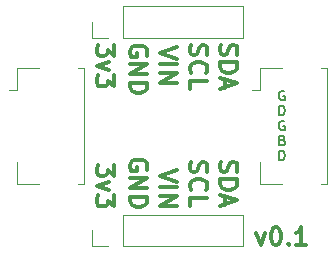
<source format=gbr>
G04 #@! TF.GenerationSoftware,KiCad,Pcbnew,5.0.1-33cea8e~67~ubuntu18.04.1*
G04 #@! TF.CreationDate,2018-12-04T13:55:11-08:00*
G04 #@! TF.ProjectId,snooping-board,736E6F6F70696E672D626F6172642E6B,rev?*
G04 #@! TF.SameCoordinates,Original*
G04 #@! TF.FileFunction,Legend,Top*
G04 #@! TF.FilePolarity,Positive*
%FSLAX46Y46*%
G04 Gerber Fmt 4.6, Leading zero omitted, Abs format (unit mm)*
G04 Created by KiCad (PCBNEW 5.0.1-33cea8e~67~ubuntu18.04.1) date Tue 04 Dec 2018 01:55:11 PM PST*
%MOMM*%
%LPD*%
G01*
G04 APERTURE LIST*
%ADD10C,0.200000*%
%ADD11C,0.300000*%
%ADD12C,0.120000*%
G04 APERTURE END LIST*
D10*
X154489142Y-99002857D02*
X154603428Y-99040952D01*
X154641523Y-99079047D01*
X154679619Y-99155238D01*
X154679619Y-99269523D01*
X154641523Y-99345714D01*
X154603428Y-99383809D01*
X154527238Y-99421904D01*
X154222476Y-99421904D01*
X154222476Y-98621904D01*
X154489142Y-98621904D01*
X154565333Y-98660000D01*
X154603428Y-98698095D01*
X154641523Y-98774285D01*
X154641523Y-98850476D01*
X154603428Y-98926666D01*
X154565333Y-98964761D01*
X154489142Y-99002857D01*
X154222476Y-99002857D01*
X154222476Y-100691904D02*
X154222476Y-99891904D01*
X154412952Y-99891904D01*
X154527238Y-99930000D01*
X154603428Y-100006190D01*
X154641523Y-100082380D01*
X154679619Y-100234761D01*
X154679619Y-100349047D01*
X154641523Y-100501428D01*
X154603428Y-100577619D01*
X154527238Y-100653809D01*
X154412952Y-100691904D01*
X154222476Y-100691904D01*
X154641523Y-97390000D02*
X154565333Y-97351904D01*
X154451047Y-97351904D01*
X154336761Y-97390000D01*
X154260571Y-97466190D01*
X154222476Y-97542380D01*
X154184380Y-97694761D01*
X154184380Y-97809047D01*
X154222476Y-97961428D01*
X154260571Y-98037619D01*
X154336761Y-98113809D01*
X154451047Y-98151904D01*
X154527238Y-98151904D01*
X154641523Y-98113809D01*
X154679619Y-98075714D01*
X154679619Y-97809047D01*
X154527238Y-97809047D01*
X154222476Y-96881904D02*
X154222476Y-96081904D01*
X154412952Y-96081904D01*
X154527238Y-96120000D01*
X154603428Y-96196190D01*
X154641523Y-96272380D01*
X154679619Y-96424761D01*
X154679619Y-96539047D01*
X154641523Y-96691428D01*
X154603428Y-96767619D01*
X154527238Y-96843809D01*
X154412952Y-96881904D01*
X154222476Y-96881904D01*
X154641523Y-94850000D02*
X154565333Y-94811904D01*
X154451047Y-94811904D01*
X154336761Y-94850000D01*
X154260571Y-94926190D01*
X154222476Y-95002380D01*
X154184380Y-95154761D01*
X154184380Y-95269047D01*
X154222476Y-95421428D01*
X154260571Y-95497619D01*
X154336761Y-95573809D01*
X154451047Y-95611904D01*
X154527238Y-95611904D01*
X154641523Y-95573809D01*
X154679619Y-95535714D01*
X154679619Y-95269047D01*
X154527238Y-95269047D01*
D11*
X145601428Y-91067142D02*
X144101428Y-91567142D01*
X145601428Y-92067142D01*
X144101428Y-92567142D02*
X145601428Y-92567142D01*
X144101428Y-93281428D02*
X145601428Y-93281428D01*
X144101428Y-94138571D01*
X145601428Y-94138571D01*
X140267428Y-90924285D02*
X140267428Y-91852857D01*
X139696000Y-91352857D01*
X139696000Y-91567142D01*
X139624571Y-91710000D01*
X139553142Y-91781428D01*
X139410285Y-91852857D01*
X139053142Y-91852857D01*
X138910285Y-91781428D01*
X138838857Y-91710000D01*
X138767428Y-91567142D01*
X138767428Y-91138571D01*
X138838857Y-90995714D01*
X138910285Y-90924285D01*
X139767428Y-92352857D02*
X138767428Y-92710000D01*
X139767428Y-93067142D01*
X140267428Y-93495714D02*
X140267428Y-94424285D01*
X139696000Y-93924285D01*
X139696000Y-94138571D01*
X139624571Y-94281428D01*
X139553142Y-94352857D01*
X139410285Y-94424285D01*
X139053142Y-94424285D01*
X138910285Y-94352857D01*
X138838857Y-94281428D01*
X138767428Y-94138571D01*
X138767428Y-93710000D01*
X138838857Y-93567142D01*
X138910285Y-93495714D01*
X142990000Y-91821142D02*
X143061428Y-91678285D01*
X143061428Y-91464000D01*
X142990000Y-91249714D01*
X142847142Y-91106857D01*
X142704285Y-91035428D01*
X142418571Y-90964000D01*
X142204285Y-90964000D01*
X141918571Y-91035428D01*
X141775714Y-91106857D01*
X141632857Y-91249714D01*
X141561428Y-91464000D01*
X141561428Y-91606857D01*
X141632857Y-91821142D01*
X141704285Y-91892571D01*
X142204285Y-91892571D01*
X142204285Y-91606857D01*
X141561428Y-92535428D02*
X143061428Y-92535428D01*
X141561428Y-93392571D01*
X143061428Y-93392571D01*
X141561428Y-94106857D02*
X143061428Y-94106857D01*
X143061428Y-94464000D01*
X142990000Y-94678285D01*
X142847142Y-94821142D01*
X142704285Y-94892571D01*
X142418571Y-94964000D01*
X142204285Y-94964000D01*
X141918571Y-94892571D01*
X141775714Y-94821142D01*
X141632857Y-94678285D01*
X141561428Y-94464000D01*
X141561428Y-94106857D01*
X146712857Y-90924285D02*
X146641428Y-91138571D01*
X146641428Y-91495714D01*
X146712857Y-91638571D01*
X146784285Y-91710000D01*
X146927142Y-91781428D01*
X147070000Y-91781428D01*
X147212857Y-91710000D01*
X147284285Y-91638571D01*
X147355714Y-91495714D01*
X147427142Y-91210000D01*
X147498571Y-91067142D01*
X147570000Y-90995714D01*
X147712857Y-90924285D01*
X147855714Y-90924285D01*
X147998571Y-90995714D01*
X148070000Y-91067142D01*
X148141428Y-91210000D01*
X148141428Y-91567142D01*
X148070000Y-91781428D01*
X146784285Y-93281428D02*
X146712857Y-93210000D01*
X146641428Y-92995714D01*
X146641428Y-92852857D01*
X146712857Y-92638571D01*
X146855714Y-92495714D01*
X146998571Y-92424285D01*
X147284285Y-92352857D01*
X147498571Y-92352857D01*
X147784285Y-92424285D01*
X147927142Y-92495714D01*
X148070000Y-92638571D01*
X148141428Y-92852857D01*
X148141428Y-92995714D01*
X148070000Y-93210000D01*
X147998571Y-93281428D01*
X146641428Y-94638571D02*
X146641428Y-93924285D01*
X148141428Y-93924285D01*
X149252857Y-90888571D02*
X149181428Y-91102857D01*
X149181428Y-91460000D01*
X149252857Y-91602857D01*
X149324285Y-91674285D01*
X149467142Y-91745714D01*
X149610000Y-91745714D01*
X149752857Y-91674285D01*
X149824285Y-91602857D01*
X149895714Y-91460000D01*
X149967142Y-91174285D01*
X150038571Y-91031428D01*
X150110000Y-90960000D01*
X150252857Y-90888571D01*
X150395714Y-90888571D01*
X150538571Y-90960000D01*
X150610000Y-91031428D01*
X150681428Y-91174285D01*
X150681428Y-91531428D01*
X150610000Y-91745714D01*
X149181428Y-92388571D02*
X150681428Y-92388571D01*
X150681428Y-92745714D01*
X150610000Y-92960000D01*
X150467142Y-93102857D01*
X150324285Y-93174285D01*
X150038571Y-93245714D01*
X149824285Y-93245714D01*
X149538571Y-93174285D01*
X149395714Y-93102857D01*
X149252857Y-92960000D01*
X149181428Y-92745714D01*
X149181428Y-92388571D01*
X149610000Y-93817142D02*
X149610000Y-94531428D01*
X149181428Y-93674285D02*
X150681428Y-94174285D01*
X149181428Y-94674285D01*
X152289142Y-106866571D02*
X152646285Y-107866571D01*
X153003428Y-106866571D01*
X153860571Y-106366571D02*
X154003428Y-106366571D01*
X154146285Y-106438000D01*
X154217714Y-106509428D01*
X154289142Y-106652285D01*
X154360571Y-106938000D01*
X154360571Y-107295142D01*
X154289142Y-107580857D01*
X154217714Y-107723714D01*
X154146285Y-107795142D01*
X154003428Y-107866571D01*
X153860571Y-107866571D01*
X153717714Y-107795142D01*
X153646285Y-107723714D01*
X153574857Y-107580857D01*
X153503428Y-107295142D01*
X153503428Y-106938000D01*
X153574857Y-106652285D01*
X153646285Y-106509428D01*
X153717714Y-106438000D01*
X153860571Y-106366571D01*
X155003428Y-107723714D02*
X155074857Y-107795142D01*
X155003428Y-107866571D01*
X154932000Y-107795142D01*
X155003428Y-107723714D01*
X155003428Y-107866571D01*
X156503428Y-107866571D02*
X155646285Y-107866571D01*
X156074857Y-107866571D02*
X156074857Y-106366571D01*
X155932000Y-106580857D01*
X155789142Y-106723714D01*
X155646285Y-106795142D01*
X140267428Y-101084285D02*
X140267428Y-102012857D01*
X139696000Y-101512857D01*
X139696000Y-101727142D01*
X139624571Y-101870000D01*
X139553142Y-101941428D01*
X139410285Y-102012857D01*
X139053142Y-102012857D01*
X138910285Y-101941428D01*
X138838857Y-101870000D01*
X138767428Y-101727142D01*
X138767428Y-101298571D01*
X138838857Y-101155714D01*
X138910285Y-101084285D01*
X139767428Y-102512857D02*
X138767428Y-102870000D01*
X139767428Y-103227142D01*
X140267428Y-103655714D02*
X140267428Y-104584285D01*
X139696000Y-104084285D01*
X139696000Y-104298571D01*
X139624571Y-104441428D01*
X139553142Y-104512857D01*
X139410285Y-104584285D01*
X139053142Y-104584285D01*
X138910285Y-104512857D01*
X138838857Y-104441428D01*
X138767428Y-104298571D01*
X138767428Y-103870000D01*
X138838857Y-103727142D01*
X138910285Y-103655714D01*
X142990000Y-101473142D02*
X143061428Y-101330285D01*
X143061428Y-101116000D01*
X142990000Y-100901714D01*
X142847142Y-100758857D01*
X142704285Y-100687428D01*
X142418571Y-100616000D01*
X142204285Y-100616000D01*
X141918571Y-100687428D01*
X141775714Y-100758857D01*
X141632857Y-100901714D01*
X141561428Y-101116000D01*
X141561428Y-101258857D01*
X141632857Y-101473142D01*
X141704285Y-101544571D01*
X142204285Y-101544571D01*
X142204285Y-101258857D01*
X141561428Y-102187428D02*
X143061428Y-102187428D01*
X141561428Y-103044571D01*
X143061428Y-103044571D01*
X141561428Y-103758857D02*
X143061428Y-103758857D01*
X143061428Y-104116000D01*
X142990000Y-104330285D01*
X142847142Y-104473142D01*
X142704285Y-104544571D01*
X142418571Y-104616000D01*
X142204285Y-104616000D01*
X141918571Y-104544571D01*
X141775714Y-104473142D01*
X141632857Y-104330285D01*
X141561428Y-104116000D01*
X141561428Y-103758857D01*
X145601428Y-101481142D02*
X144101428Y-101981142D01*
X145601428Y-102481142D01*
X144101428Y-102981142D02*
X145601428Y-102981142D01*
X144101428Y-103695428D02*
X145601428Y-103695428D01*
X144101428Y-104552571D01*
X145601428Y-104552571D01*
X146712857Y-100830285D02*
X146641428Y-101044571D01*
X146641428Y-101401714D01*
X146712857Y-101544571D01*
X146784285Y-101616000D01*
X146927142Y-101687428D01*
X147070000Y-101687428D01*
X147212857Y-101616000D01*
X147284285Y-101544571D01*
X147355714Y-101401714D01*
X147427142Y-101116000D01*
X147498571Y-100973142D01*
X147570000Y-100901714D01*
X147712857Y-100830285D01*
X147855714Y-100830285D01*
X147998571Y-100901714D01*
X148070000Y-100973142D01*
X148141428Y-101116000D01*
X148141428Y-101473142D01*
X148070000Y-101687428D01*
X146784285Y-103187428D02*
X146712857Y-103116000D01*
X146641428Y-102901714D01*
X146641428Y-102758857D01*
X146712857Y-102544571D01*
X146855714Y-102401714D01*
X146998571Y-102330285D01*
X147284285Y-102258857D01*
X147498571Y-102258857D01*
X147784285Y-102330285D01*
X147927142Y-102401714D01*
X148070000Y-102544571D01*
X148141428Y-102758857D01*
X148141428Y-102901714D01*
X148070000Y-103116000D01*
X147998571Y-103187428D01*
X146641428Y-104544571D02*
X146641428Y-103830285D01*
X148141428Y-103830285D01*
X149252857Y-100794571D02*
X149181428Y-101008857D01*
X149181428Y-101366000D01*
X149252857Y-101508857D01*
X149324285Y-101580285D01*
X149467142Y-101651714D01*
X149610000Y-101651714D01*
X149752857Y-101580285D01*
X149824285Y-101508857D01*
X149895714Y-101366000D01*
X149967142Y-101080285D01*
X150038571Y-100937428D01*
X150110000Y-100866000D01*
X150252857Y-100794571D01*
X150395714Y-100794571D01*
X150538571Y-100866000D01*
X150610000Y-100937428D01*
X150681428Y-101080285D01*
X150681428Y-101437428D01*
X150610000Y-101651714D01*
X149181428Y-102294571D02*
X150681428Y-102294571D01*
X150681428Y-102651714D01*
X150610000Y-102866000D01*
X150467142Y-103008857D01*
X150324285Y-103080285D01*
X150038571Y-103151714D01*
X149824285Y-103151714D01*
X149538571Y-103080285D01*
X149395714Y-103008857D01*
X149252857Y-102866000D01*
X149181428Y-102651714D01*
X149181428Y-102294571D01*
X149610000Y-103723142D02*
X149610000Y-104437428D01*
X149181428Y-103580285D02*
X150681428Y-104080285D01*
X149181428Y-104580285D01*
D12*
G04 #@! TO.C,J1*
X133852000Y-92880000D02*
X132052000Y-92880000D01*
X132052000Y-92880000D02*
X132052000Y-94730000D01*
X132052000Y-94730000D02*
X131312000Y-94730000D01*
X133852000Y-102700000D02*
X132052000Y-102700000D01*
X132052000Y-102700000D02*
X132052000Y-100850000D01*
X137172000Y-92880000D02*
X137722000Y-92880000D01*
X137722000Y-92880000D02*
X137722000Y-102700000D01*
X137722000Y-102700000D02*
X137172000Y-102700000D01*
G04 #@! TO.C,J2*
X158296000Y-102700000D02*
X157746000Y-102700000D01*
X158296000Y-92880000D02*
X158296000Y-102700000D01*
X157746000Y-92880000D02*
X158296000Y-92880000D01*
X152626000Y-102700000D02*
X152626000Y-100850000D01*
X154426000Y-102700000D02*
X152626000Y-102700000D01*
X152626000Y-94730000D02*
X151886000Y-94730000D01*
X152626000Y-92880000D02*
X152626000Y-94730000D01*
X154426000Y-92880000D02*
X152626000Y-92880000D01*
G04 #@! TO.C,J3*
X140970000Y-107930000D02*
X151190000Y-107930000D01*
X151190000Y-107930000D02*
X151190000Y-105270000D01*
X151190000Y-105270000D02*
X140970000Y-105270000D01*
X140970000Y-105270000D02*
X140970000Y-107930000D01*
X139700000Y-107930000D02*
X138370000Y-107930000D01*
X138370000Y-107930000D02*
X138370000Y-106600000D01*
G04 #@! TO.C,J4*
X140970000Y-90310000D02*
X151190000Y-90310000D01*
X151190000Y-90310000D02*
X151190000Y-87650000D01*
X151190000Y-87650000D02*
X140970000Y-87650000D01*
X140970000Y-87650000D02*
X140970000Y-90310000D01*
X139700000Y-90310000D02*
X138370000Y-90310000D01*
X138370000Y-90310000D02*
X138370000Y-88980000D01*
G04 #@! TD*
M02*

</source>
